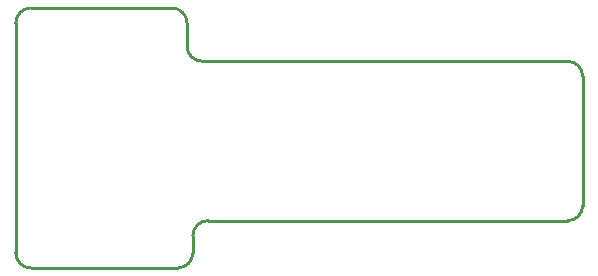
<source format=gm1>
G04*
G04 #@! TF.GenerationSoftware,Altium Limited,Altium Designer,21.9.1 (22)*
G04*
G04 Layer_Color=16711935*
%FSLAX25Y25*%
%MOIN*%
G70*
G04*
G04 #@! TF.SameCoordinates,F23F8E4B-2793-4E4E-BA0B-7ABB5D69BE03*
G04*
G04*
G04 #@! TF.FilePolarity,Positive*
G04*
G01*
G75*
%ADD15C,0.01000*%
D15*
X154449Y92520D02*
G03*
X159449Y97520I0J5000D01*
G01*
X100394D02*
G03*
X105394Y92520I5000J0D01*
G01*
X164449Y108268D02*
G03*
X159449Y103268I0J-5000D01*
G01*
X284370Y108268D02*
G03*
X289370Y113268I0J5000D01*
G01*
Y156417D02*
G03*
X284370Y161417I-5000J0D01*
G01*
X157480Y166417D02*
G03*
X162480Y161417I5000J0D01*
G01*
X157480Y174134D02*
G03*
X152480Y179134I-5000J0D01*
G01*
X105394D02*
G03*
X100394Y174134I0J-5000D01*
G01*
X105394Y92520D02*
X154449D01*
X159449Y97520D02*
Y103268D01*
X100394Y97520D02*
Y133858D01*
X164449Y108268D02*
X284370D01*
X289370Y113268D02*
Y156417D01*
X162480Y161417D02*
X284370D01*
X157480Y166417D02*
Y174134D01*
X105394Y179134D02*
X152480D01*
X100394Y133858D02*
Y174134D01*
M02*

</source>
